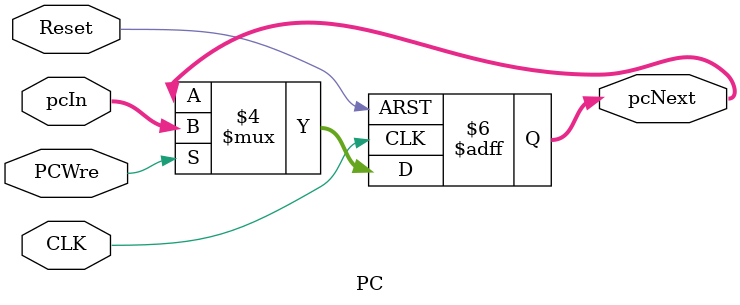
<source format=v>
`timescale 1ns / 1ps


module PC(
	input CLK,
	input Reset,
	input PCWre,
	input [31:0]pcIn,
	output reg[31:0]pcNext
    );

	always @(posedge CLK or negedge Reset) begin
		if (Reset == 1) begin
			if (PCWre == 1) begin
				pcNext <= pcIn;
            end
		end
		else
			pcNext <= 0;
        $display("#################");
	end
endmodule

</source>
